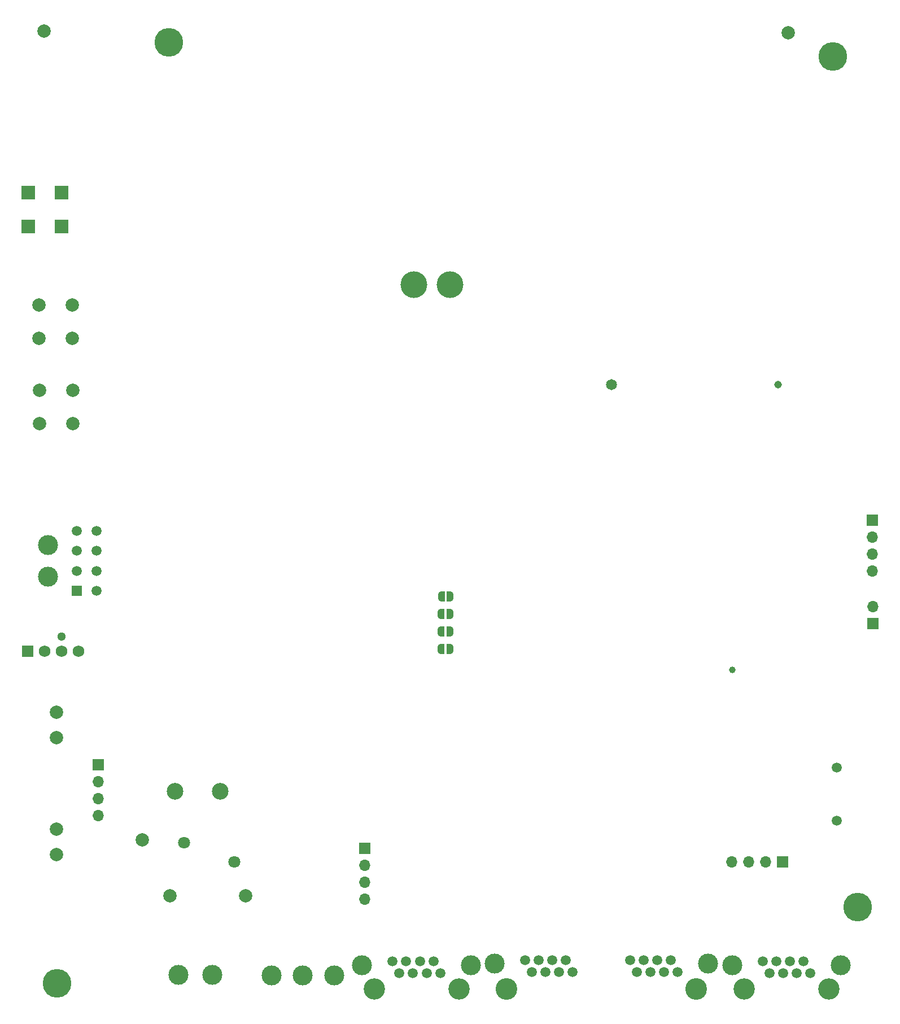
<source format=gbs>
G04 #@! TF.GenerationSoftware,KiCad,Pcbnew,7.0.6-0*
G04 #@! TF.CreationDate,2023-12-12T12:04:18-03:00*
G04 #@! TF.ProjectId,nervosinho_rev2.4,6e657276-6f73-4696-9e68-6f5f72657632,rev?*
G04 #@! TF.SameCoordinates,Original*
G04 #@! TF.FileFunction,Soldermask,Bot*
G04 #@! TF.FilePolarity,Negative*
%FSLAX46Y46*%
G04 Gerber Fmt 4.6, Leading zero omitted, Abs format (unit mm)*
G04 Created by KiCad (PCBNEW 7.0.6-0) date 2023-12-12 12:04:18*
%MOMM*%
%LPD*%
G01*
G04 APERTURE LIST*
G04 Aperture macros list*
%AMRoundRect*
0 Rectangle with rounded corners*
0 $1 Rounding radius*
0 $2 $3 $4 $5 $6 $7 $8 $9 X,Y pos of 4 corners*
0 Add a 4 corners polygon primitive as box body*
4,1,4,$2,$3,$4,$5,$6,$7,$8,$9,$2,$3,0*
0 Add four circle primitives for the rounded corners*
1,1,$1+$1,$2,$3*
1,1,$1+$1,$4,$5*
1,1,$1+$1,$6,$7*
1,1,$1+$1,$8,$9*
0 Add four rect primitives between the rounded corners*
20,1,$1+$1,$2,$3,$4,$5,0*
20,1,$1+$1,$4,$5,$6,$7,0*
20,1,$1+$1,$6,$7,$8,$9,0*
20,1,$1+$1,$8,$9,$2,$3,0*%
%AMFreePoly0*
4,1,19,0.500000,-0.750000,0.000000,-0.750000,0.000000,-0.744911,-0.071157,-0.744911,-0.207708,-0.704816,-0.327430,-0.627875,-0.420627,-0.520320,-0.479746,-0.390866,-0.500000,-0.250000,-0.500000,0.250000,-0.479746,0.390866,-0.420627,0.520320,-0.327430,0.627875,-0.207708,0.704816,-0.071157,0.744911,0.000000,0.744911,0.000000,0.750000,0.500000,0.750000,0.500000,-0.750000,0.500000,-0.750000,
$1*%
%AMFreePoly1*
4,1,19,0.000000,0.744911,0.071157,0.744911,0.207708,0.704816,0.327430,0.627875,0.420627,0.520320,0.479746,0.390866,0.500000,0.250000,0.500000,-0.250000,0.479746,-0.390866,0.420627,-0.520320,0.327430,-0.627875,0.207708,-0.704816,0.071157,-0.744911,0.000000,-0.744911,0.000000,-0.750000,-0.500000,-0.750000,-0.500000,0.750000,0.000000,0.750000,0.000000,0.744911,0.000000,0.744911,
$1*%
G04 Aperture macros list end*
%ADD10C,1.651000*%
%ADD11C,1.143000*%
%ADD12C,2.000000*%
%ADD13R,1.700000X1.700000*%
%ADD14O,1.700000X1.700000*%
%ADD15C,2.500000*%
%ADD16C,4.000000*%
%ADD17C,4.300000*%
%ADD18C,3.200000*%
%ADD19C,1.500000*%
%ADD20C,3.000000*%
%ADD21C,1.498600*%
%ADD22R,2.000000X2.000000*%
%ADD23C,3.250000*%
%ADD24R,1.520000X1.520000*%
%ADD25C,1.520000*%
%ADD26C,1.800000*%
%ADD27C,1.300000*%
%ADD28RoundRect,0.102000X0.765000X0.765000X-0.765000X0.765000X-0.765000X-0.765000X0.765000X-0.765000X0*%
%ADD29C,1.754000*%
%ADD30FreePoly0,180.000000*%
%ADD31FreePoly1,180.000000*%
%ADD32C,1.000000*%
G04 APERTURE END LIST*
D10*
X88898997Y-55842002D03*
D11*
X113898999Y-55842002D03*
D12*
X5682000Y-104946000D03*
X5682000Y-108756000D03*
D13*
X114534000Y-127435000D03*
D14*
X111994000Y-127435000D03*
X109454000Y-127435000D03*
X106914000Y-127435000D03*
D12*
X34078573Y-132496773D03*
X22678573Y-132496773D03*
D15*
X23495964Y-116861773D03*
X30245964Y-116861773D03*
D16*
X59245964Y-40861773D03*
X64745964Y-40861773D03*
D17*
X122093573Y-6696773D03*
X22542000Y-4578000D03*
D13*
X128050000Y-76210000D03*
D14*
X128050000Y-78750000D03*
X128050000Y-81290000D03*
X128050000Y-83830000D03*
D18*
X108818573Y-146436773D03*
X121518573Y-146436773D03*
D19*
X118738573Y-144086773D03*
X117718573Y-142306773D03*
X116698573Y-144086773D03*
X115678573Y-142306773D03*
X114658573Y-144086773D03*
X113638573Y-142306773D03*
X112618573Y-144086773D03*
X111598573Y-142306773D03*
D20*
X107018573Y-142936773D03*
X123318573Y-142936773D03*
D13*
X11955000Y-112826000D03*
D14*
X11955000Y-115366000D03*
X11955000Y-117906000D03*
X11955000Y-120446000D03*
D18*
X53318573Y-146436773D03*
X66018573Y-146436773D03*
D19*
X63238573Y-144086773D03*
X62218573Y-142306773D03*
X61198573Y-144086773D03*
X60178573Y-142306773D03*
X59158573Y-144086773D03*
X58138573Y-142306773D03*
X57118573Y-144086773D03*
X56098573Y-142306773D03*
D20*
X51518573Y-142936773D03*
X67818573Y-142936773D03*
D21*
X122672619Y-121240296D03*
X122672619Y-113240296D03*
D12*
X8088573Y-43908573D03*
X3088573Y-43908573D03*
X8088573Y-48908573D03*
X3088573Y-48908573D03*
D13*
X51942000Y-125379000D03*
D14*
X51942000Y-127919000D03*
X51942000Y-130459000D03*
X51942000Y-132999000D03*
D22*
X6490573Y-27106573D03*
X1440573Y-27106573D03*
X6490573Y-32156573D03*
X1440573Y-32156573D03*
D20*
X23968573Y-144391773D03*
X29048573Y-144391773D03*
D23*
X73193573Y-146436773D03*
X101643573Y-146436773D03*
D19*
X98868573Y-143896773D03*
X97848573Y-142116773D03*
X96828573Y-143896773D03*
X95808573Y-142116773D03*
X94788573Y-143896773D03*
X93768573Y-142116773D03*
X92748573Y-143896773D03*
X91728573Y-142116773D03*
X83108573Y-143896773D03*
X82088573Y-142116773D03*
X81068573Y-143896773D03*
X80048573Y-142116773D03*
X79028573Y-143896773D03*
X78008573Y-142116773D03*
X76988573Y-143896773D03*
X75968573Y-142116773D03*
D20*
X103418573Y-142636773D03*
X71418573Y-142636773D03*
D13*
X128125000Y-91710000D03*
D14*
X128125000Y-89170000D03*
D20*
X37943573Y-144411773D03*
X42643573Y-144411773D03*
X47343573Y-144411773D03*
X4421573Y-79955823D03*
X4421573Y-84635823D03*
D24*
X8741573Y-86795823D03*
D25*
X8741573Y-83795823D03*
X8741573Y-80795823D03*
X8741573Y-77795823D03*
X11741573Y-86795823D03*
X11741573Y-83795823D03*
X11741573Y-80795823D03*
X11741573Y-77795823D03*
D17*
X125838573Y-134166773D03*
D26*
X24858573Y-124516773D03*
X32358573Y-127416773D03*
D12*
X8143573Y-56728573D03*
X3143573Y-56728573D03*
X8143573Y-61728573D03*
X3143573Y-61728573D03*
D17*
X5739573Y-145608573D03*
D12*
X5682000Y-122529000D03*
X5682000Y-126339000D03*
D27*
X6468000Y-93655000D03*
D28*
X1388000Y-95815000D03*
D29*
X3928000Y-95815000D03*
X6468000Y-95815000D03*
X9008000Y-95815000D03*
D30*
X64696000Y-87606000D03*
D31*
X63396000Y-87606000D03*
D30*
X64690573Y-92842105D03*
D31*
X63390573Y-92842105D03*
D12*
X3852000Y-2893000D03*
D32*
X107013573Y-98666773D03*
D12*
X18548573Y-124136773D03*
X115418573Y-3106773D03*
D30*
X64690573Y-95466773D03*
D31*
X63390573Y-95466773D03*
D30*
X64690573Y-90217439D03*
D31*
X63390573Y-90217439D03*
M02*

</source>
